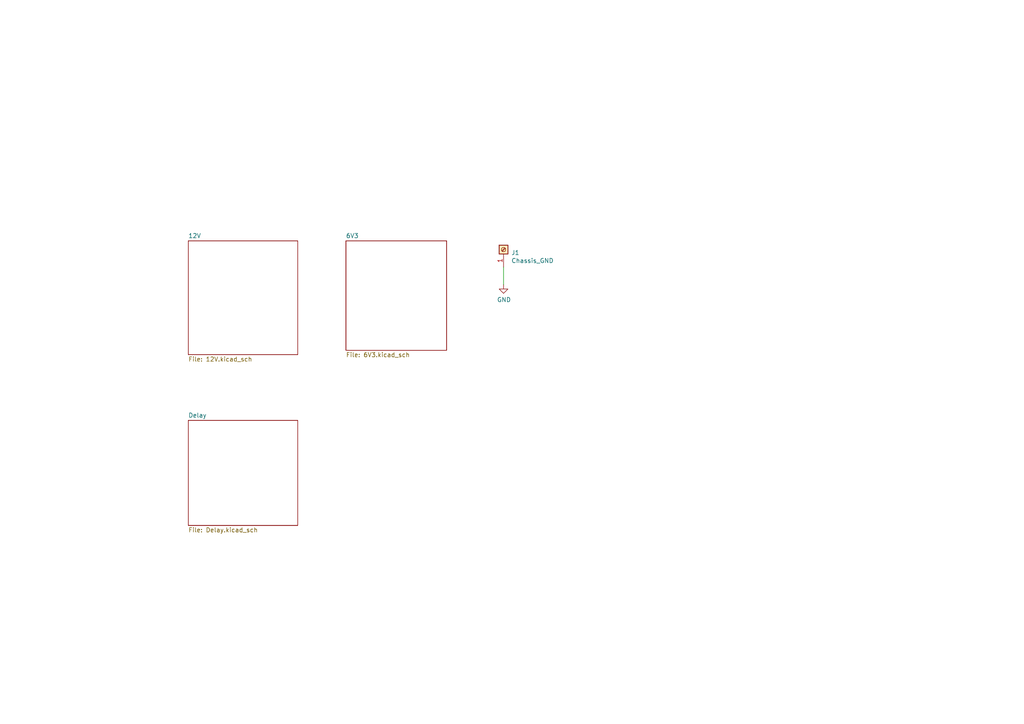
<source format=kicad_sch>
(kicad_sch (version 20211123) (generator eeschema)
  (paper "A4")
  (title_block (title "KT88 12V, 6,3V DC Regler & Einschaltverzögerung") (date "2021-03-31") (rev "1.0") (company "Daniel Walter") (comment 1 "fordprfkt@googlemail.com"))
  (lib_symbols
    (symbol "Connector:Screw_Terminal_01x01" (pin_names (offset 1.016) hide)
      (property "Reference" "J" (at 0 2.54 0))
      (property "Value" "Screw_Terminal_01x01" (at 0 -2.54 0))
      (symbol "Screw_Terminal_01x01_1_1"
        (rectangle (start -1.27 1.27) (end 1.27 -1.27) (stroke (width 0.254)) (fill (type background)))
        (polyline (pts (xy -0.5334 0.3302) (xy 0.3302 -0.508)) (stroke (width 0.1524)))
        (polyline (pts (xy -0.3556 0.508) (xy 0.508 -0.3302)) (stroke (width 0.1524)))
        (circle (center 0 0) (radius 0.635) (stroke (width 0.1524)))
        (pin passive line (at -5.08 0 0) (length 3.81) (name "Pin_1") (number "1"))
      )
    )
    (symbol "power:GND" (power) (pin_names (offset 0))
      (property "Value" "GND" (at 0 -3.81 0))
      (symbol "GND_0_1"
        (polyline (pts (xy 0 0) (xy 0 -1.27) (xy 1.27 -1.27) (xy 0 -2.54) (xy -1.27 -1.27) (xy 0 -1.27)))
      )
      (symbol "GND_1_1"
        (pin power_in line (at 0 0 270) (length 0) hide (name "GND") (number "1"))
      )
    )
  )
  (wire (pts (xy 146.05 82.55) (xy 146.05 77.47)))
  (symbol (lib_id "Connector:Screw_Terminal_01x01") (at 146.05 72.39 90) (unit 1)
    (property "Reference" "J1" (at 148.2852 73.3044 90) (effects (justify right)))
    (property "Value" "Chassis_GND" (at 148.2852 75.6158 90) (effects (justify right)))
    (property "Footprint" "MountingHole:MountingHole_3.2mm_M3_Pad_Via" (effects hide))
  )
  (symbol (lib_id "power:GND") (at 146.05 82.55 0) (unit 1)
    (property "Reference" "#PWR01" (effects hide))
    (property "Value" "GND" (at 146.177 86.9442 0))
  )
  (sheet (at 54.61 69.85) (size 31.75 33.02)
    (property "Sheet name" "12V" (at 54.61 69.1384 0) (effects (justify left bottom)))
    (property "Sheet file" "12V.kicad_sch" (at 54.61 103.4546 0) (effects (justify left top)))
  )
  (sheet (at 100.33 69.85) (size 29.21 31.75)
    (property "Sheet name" "6V3" (at 100.33 69.1384 0) (effects (justify left bottom)))
    (property "Sheet file" "6V3.kicad_sch" (at 100.33 102.1846 0) (effects (justify left top)))
  )
  (sheet (at 54.61 121.92) (size 31.75 30.48)
    (property "Sheet name" "Delay" (at 54.61 121.2084 0) (effects (justify left bottom)))
    (property "Sheet file" "Delay.kicad_sch" (at 54.61 152.9846 0) (effects (justify left top)))
  )
)
</source>
